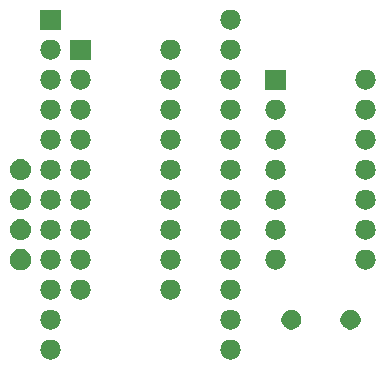
<source format=gbr>
G04 #@! TF.GenerationSoftware,KiCad,Pcbnew,(5.1.4)-1*
G04 #@! TF.CreationDate,2020-10-11T13:25:07+02:00*
G04 #@! TF.ProjectId,ram-adapter,72616d2d-6164-4617-9074-65722e6b6963,rev?*
G04 #@! TF.SameCoordinates,Original*
G04 #@! TF.FileFunction,Soldermask,Top*
G04 #@! TF.FilePolarity,Negative*
%FSLAX46Y46*%
G04 Gerber Fmt 4.6, Leading zero omitted, Abs format (unit mm)*
G04 Created by KiCad (PCBNEW (5.1.4)-1) date 2020-10-11 13:25:07*
%MOMM*%
%LPD*%
G04 APERTURE LIST*
%ADD10C,0.100000*%
G04 APERTURE END LIST*
D10*
G36*
X114466823Y-81711313D02*
G01*
X114627242Y-81759976D01*
X114759906Y-81830886D01*
X114775078Y-81838996D01*
X114904659Y-81945341D01*
X115011004Y-82074922D01*
X115011005Y-82074924D01*
X115090024Y-82222758D01*
X115138687Y-82383177D01*
X115155117Y-82550000D01*
X115138687Y-82716823D01*
X115090024Y-82877242D01*
X115019114Y-83009906D01*
X115011004Y-83025078D01*
X114904659Y-83154659D01*
X114775078Y-83261004D01*
X114775076Y-83261005D01*
X114627242Y-83340024D01*
X114466823Y-83388687D01*
X114341804Y-83401000D01*
X114258196Y-83401000D01*
X114133177Y-83388687D01*
X113972758Y-83340024D01*
X113824924Y-83261005D01*
X113824922Y-83261004D01*
X113695341Y-83154659D01*
X113588996Y-83025078D01*
X113580886Y-83009906D01*
X113509976Y-82877242D01*
X113461313Y-82716823D01*
X113444883Y-82550000D01*
X113461313Y-82383177D01*
X113509976Y-82222758D01*
X113588995Y-82074924D01*
X113588996Y-82074922D01*
X113695341Y-81945341D01*
X113824922Y-81838996D01*
X113840094Y-81830886D01*
X113972758Y-81759976D01*
X114133177Y-81711313D01*
X114258196Y-81699000D01*
X114341804Y-81699000D01*
X114466823Y-81711313D01*
X114466823Y-81711313D01*
G37*
G36*
X99226823Y-81711313D02*
G01*
X99387242Y-81759976D01*
X99519906Y-81830886D01*
X99535078Y-81838996D01*
X99664659Y-81945341D01*
X99771004Y-82074922D01*
X99771005Y-82074924D01*
X99850024Y-82222758D01*
X99898687Y-82383177D01*
X99915117Y-82550000D01*
X99898687Y-82716823D01*
X99850024Y-82877242D01*
X99779114Y-83009906D01*
X99771004Y-83025078D01*
X99664659Y-83154659D01*
X99535078Y-83261004D01*
X99535076Y-83261005D01*
X99387242Y-83340024D01*
X99226823Y-83388687D01*
X99101804Y-83401000D01*
X99018196Y-83401000D01*
X98893177Y-83388687D01*
X98732758Y-83340024D01*
X98584924Y-83261005D01*
X98584922Y-83261004D01*
X98455341Y-83154659D01*
X98348996Y-83025078D01*
X98340886Y-83009906D01*
X98269976Y-82877242D01*
X98221313Y-82716823D01*
X98204883Y-82550000D01*
X98221313Y-82383177D01*
X98269976Y-82222758D01*
X98348995Y-82074924D01*
X98348996Y-82074922D01*
X98455341Y-81945341D01*
X98584922Y-81838996D01*
X98600094Y-81830886D01*
X98732758Y-81759976D01*
X98893177Y-81711313D01*
X99018196Y-81699000D01*
X99101804Y-81699000D01*
X99226823Y-81711313D01*
X99226823Y-81711313D01*
G37*
G36*
X124708228Y-79191703D02*
G01*
X124863100Y-79255853D01*
X125002481Y-79348985D01*
X125121015Y-79467519D01*
X125214147Y-79606900D01*
X125278297Y-79761772D01*
X125311000Y-79926184D01*
X125311000Y-80093816D01*
X125278297Y-80258228D01*
X125214147Y-80413100D01*
X125121015Y-80552481D01*
X125002481Y-80671015D01*
X124863100Y-80764147D01*
X124708228Y-80828297D01*
X124543816Y-80861000D01*
X124376184Y-80861000D01*
X124211772Y-80828297D01*
X124056900Y-80764147D01*
X123917519Y-80671015D01*
X123798985Y-80552481D01*
X123705853Y-80413100D01*
X123641703Y-80258228D01*
X123609000Y-80093816D01*
X123609000Y-79926184D01*
X123641703Y-79761772D01*
X123705853Y-79606900D01*
X123798985Y-79467519D01*
X123917519Y-79348985D01*
X124056900Y-79255853D01*
X124211772Y-79191703D01*
X124376184Y-79159000D01*
X124543816Y-79159000D01*
X124708228Y-79191703D01*
X124708228Y-79191703D01*
G37*
G36*
X114466823Y-79171313D02*
G01*
X114627242Y-79219976D01*
X114694361Y-79255852D01*
X114775078Y-79298996D01*
X114904659Y-79405341D01*
X115011004Y-79534922D01*
X115011005Y-79534924D01*
X115090024Y-79682758D01*
X115138687Y-79843177D01*
X115155117Y-80010000D01*
X115138687Y-80176823D01*
X115090024Y-80337242D01*
X115049477Y-80413100D01*
X115011004Y-80485078D01*
X114904659Y-80614659D01*
X114775078Y-80721004D01*
X114775076Y-80721005D01*
X114627242Y-80800024D01*
X114466823Y-80848687D01*
X114341804Y-80861000D01*
X114258196Y-80861000D01*
X114133177Y-80848687D01*
X113972758Y-80800024D01*
X113824924Y-80721005D01*
X113824922Y-80721004D01*
X113695341Y-80614659D01*
X113588996Y-80485078D01*
X113550523Y-80413100D01*
X113509976Y-80337242D01*
X113461313Y-80176823D01*
X113444883Y-80010000D01*
X113461313Y-79843177D01*
X113509976Y-79682758D01*
X113588995Y-79534924D01*
X113588996Y-79534922D01*
X113695341Y-79405341D01*
X113824922Y-79298996D01*
X113905639Y-79255852D01*
X113972758Y-79219976D01*
X114133177Y-79171313D01*
X114258196Y-79159000D01*
X114341804Y-79159000D01*
X114466823Y-79171313D01*
X114466823Y-79171313D01*
G37*
G36*
X119708228Y-79191703D02*
G01*
X119863100Y-79255853D01*
X120002481Y-79348985D01*
X120121015Y-79467519D01*
X120214147Y-79606900D01*
X120278297Y-79761772D01*
X120311000Y-79926184D01*
X120311000Y-80093816D01*
X120278297Y-80258228D01*
X120214147Y-80413100D01*
X120121015Y-80552481D01*
X120002481Y-80671015D01*
X119863100Y-80764147D01*
X119708228Y-80828297D01*
X119543816Y-80861000D01*
X119376184Y-80861000D01*
X119211772Y-80828297D01*
X119056900Y-80764147D01*
X118917519Y-80671015D01*
X118798985Y-80552481D01*
X118705853Y-80413100D01*
X118641703Y-80258228D01*
X118609000Y-80093816D01*
X118609000Y-79926184D01*
X118641703Y-79761772D01*
X118705853Y-79606900D01*
X118798985Y-79467519D01*
X118917519Y-79348985D01*
X119056900Y-79255853D01*
X119211772Y-79191703D01*
X119376184Y-79159000D01*
X119543816Y-79159000D01*
X119708228Y-79191703D01*
X119708228Y-79191703D01*
G37*
G36*
X99226823Y-79171313D02*
G01*
X99387242Y-79219976D01*
X99454361Y-79255852D01*
X99535078Y-79298996D01*
X99664659Y-79405341D01*
X99771004Y-79534922D01*
X99771005Y-79534924D01*
X99850024Y-79682758D01*
X99898687Y-79843177D01*
X99915117Y-80010000D01*
X99898687Y-80176823D01*
X99850024Y-80337242D01*
X99809477Y-80413100D01*
X99771004Y-80485078D01*
X99664659Y-80614659D01*
X99535078Y-80721004D01*
X99535076Y-80721005D01*
X99387242Y-80800024D01*
X99226823Y-80848687D01*
X99101804Y-80861000D01*
X99018196Y-80861000D01*
X98893177Y-80848687D01*
X98732758Y-80800024D01*
X98584924Y-80721005D01*
X98584922Y-80721004D01*
X98455341Y-80614659D01*
X98348996Y-80485078D01*
X98310523Y-80413100D01*
X98269976Y-80337242D01*
X98221313Y-80176823D01*
X98204883Y-80010000D01*
X98221313Y-79843177D01*
X98269976Y-79682758D01*
X98348995Y-79534924D01*
X98348996Y-79534922D01*
X98455341Y-79405341D01*
X98584922Y-79298996D01*
X98665639Y-79255852D01*
X98732758Y-79219976D01*
X98893177Y-79171313D01*
X99018196Y-79159000D01*
X99101804Y-79159000D01*
X99226823Y-79171313D01*
X99226823Y-79171313D01*
G37*
G36*
X101766823Y-76631313D02*
G01*
X101927242Y-76679976D01*
X102059906Y-76750886D01*
X102075078Y-76758996D01*
X102204659Y-76865341D01*
X102311004Y-76994922D01*
X102311005Y-76994924D01*
X102390024Y-77142758D01*
X102438687Y-77303177D01*
X102455117Y-77470000D01*
X102438687Y-77636823D01*
X102390024Y-77797242D01*
X102319114Y-77929906D01*
X102311004Y-77945078D01*
X102204659Y-78074659D01*
X102075078Y-78181004D01*
X102075076Y-78181005D01*
X101927242Y-78260024D01*
X101766823Y-78308687D01*
X101641804Y-78321000D01*
X101558196Y-78321000D01*
X101433177Y-78308687D01*
X101272758Y-78260024D01*
X101124924Y-78181005D01*
X101124922Y-78181004D01*
X100995341Y-78074659D01*
X100888996Y-77945078D01*
X100880886Y-77929906D01*
X100809976Y-77797242D01*
X100761313Y-77636823D01*
X100744883Y-77470000D01*
X100761313Y-77303177D01*
X100809976Y-77142758D01*
X100888995Y-76994924D01*
X100888996Y-76994922D01*
X100995341Y-76865341D01*
X101124922Y-76758996D01*
X101140094Y-76750886D01*
X101272758Y-76679976D01*
X101433177Y-76631313D01*
X101558196Y-76619000D01*
X101641804Y-76619000D01*
X101766823Y-76631313D01*
X101766823Y-76631313D01*
G37*
G36*
X114466823Y-76631313D02*
G01*
X114627242Y-76679976D01*
X114759906Y-76750886D01*
X114775078Y-76758996D01*
X114904659Y-76865341D01*
X115011004Y-76994922D01*
X115011005Y-76994924D01*
X115090024Y-77142758D01*
X115138687Y-77303177D01*
X115155117Y-77470000D01*
X115138687Y-77636823D01*
X115090024Y-77797242D01*
X115019114Y-77929906D01*
X115011004Y-77945078D01*
X114904659Y-78074659D01*
X114775078Y-78181004D01*
X114775076Y-78181005D01*
X114627242Y-78260024D01*
X114466823Y-78308687D01*
X114341804Y-78321000D01*
X114258196Y-78321000D01*
X114133177Y-78308687D01*
X113972758Y-78260024D01*
X113824924Y-78181005D01*
X113824922Y-78181004D01*
X113695341Y-78074659D01*
X113588996Y-77945078D01*
X113580886Y-77929906D01*
X113509976Y-77797242D01*
X113461313Y-77636823D01*
X113444883Y-77470000D01*
X113461313Y-77303177D01*
X113509976Y-77142758D01*
X113588995Y-76994924D01*
X113588996Y-76994922D01*
X113695341Y-76865341D01*
X113824922Y-76758996D01*
X113840094Y-76750886D01*
X113972758Y-76679976D01*
X114133177Y-76631313D01*
X114258196Y-76619000D01*
X114341804Y-76619000D01*
X114466823Y-76631313D01*
X114466823Y-76631313D01*
G37*
G36*
X109386823Y-76631313D02*
G01*
X109547242Y-76679976D01*
X109679906Y-76750886D01*
X109695078Y-76758996D01*
X109824659Y-76865341D01*
X109931004Y-76994922D01*
X109931005Y-76994924D01*
X110010024Y-77142758D01*
X110058687Y-77303177D01*
X110075117Y-77470000D01*
X110058687Y-77636823D01*
X110010024Y-77797242D01*
X109939114Y-77929906D01*
X109931004Y-77945078D01*
X109824659Y-78074659D01*
X109695078Y-78181004D01*
X109695076Y-78181005D01*
X109547242Y-78260024D01*
X109386823Y-78308687D01*
X109261804Y-78321000D01*
X109178196Y-78321000D01*
X109053177Y-78308687D01*
X108892758Y-78260024D01*
X108744924Y-78181005D01*
X108744922Y-78181004D01*
X108615341Y-78074659D01*
X108508996Y-77945078D01*
X108500886Y-77929906D01*
X108429976Y-77797242D01*
X108381313Y-77636823D01*
X108364883Y-77470000D01*
X108381313Y-77303177D01*
X108429976Y-77142758D01*
X108508995Y-76994924D01*
X108508996Y-76994922D01*
X108615341Y-76865341D01*
X108744922Y-76758996D01*
X108760094Y-76750886D01*
X108892758Y-76679976D01*
X109053177Y-76631313D01*
X109178196Y-76619000D01*
X109261804Y-76619000D01*
X109386823Y-76631313D01*
X109386823Y-76631313D01*
G37*
G36*
X99226823Y-76631313D02*
G01*
X99387242Y-76679976D01*
X99519906Y-76750886D01*
X99535078Y-76758996D01*
X99664659Y-76865341D01*
X99771004Y-76994922D01*
X99771005Y-76994924D01*
X99850024Y-77142758D01*
X99898687Y-77303177D01*
X99915117Y-77470000D01*
X99898687Y-77636823D01*
X99850024Y-77797242D01*
X99779114Y-77929906D01*
X99771004Y-77945078D01*
X99664659Y-78074659D01*
X99535078Y-78181004D01*
X99535076Y-78181005D01*
X99387242Y-78260024D01*
X99226823Y-78308687D01*
X99101804Y-78321000D01*
X99018196Y-78321000D01*
X98893177Y-78308687D01*
X98732758Y-78260024D01*
X98584924Y-78181005D01*
X98584922Y-78181004D01*
X98455341Y-78074659D01*
X98348996Y-77945078D01*
X98340886Y-77929906D01*
X98269976Y-77797242D01*
X98221313Y-77636823D01*
X98204883Y-77470000D01*
X98221313Y-77303177D01*
X98269976Y-77142758D01*
X98348995Y-76994924D01*
X98348996Y-76994922D01*
X98455341Y-76865341D01*
X98584922Y-76758996D01*
X98600094Y-76750886D01*
X98732758Y-76679976D01*
X98893177Y-76631313D01*
X99018196Y-76619000D01*
X99101804Y-76619000D01*
X99226823Y-76631313D01*
X99226823Y-76631313D01*
G37*
G36*
X96633512Y-74033927D02*
G01*
X96782812Y-74063624D01*
X96946784Y-74131544D01*
X97094354Y-74230147D01*
X97219853Y-74355646D01*
X97318456Y-74503216D01*
X97386376Y-74667188D01*
X97421000Y-74841259D01*
X97421000Y-75018741D01*
X97386376Y-75192812D01*
X97318456Y-75356784D01*
X97219853Y-75504354D01*
X97094354Y-75629853D01*
X96946784Y-75728456D01*
X96782812Y-75796376D01*
X96633512Y-75826073D01*
X96608742Y-75831000D01*
X96431258Y-75831000D01*
X96406488Y-75826073D01*
X96257188Y-75796376D01*
X96093216Y-75728456D01*
X95945646Y-75629853D01*
X95820147Y-75504354D01*
X95721544Y-75356784D01*
X95653624Y-75192812D01*
X95619000Y-75018741D01*
X95619000Y-74841259D01*
X95653624Y-74667188D01*
X95721544Y-74503216D01*
X95820147Y-74355646D01*
X95945646Y-74230147D01*
X96093216Y-74131544D01*
X96257188Y-74063624D01*
X96406488Y-74033927D01*
X96431258Y-74029000D01*
X96608742Y-74029000D01*
X96633512Y-74033927D01*
X96633512Y-74033927D01*
G37*
G36*
X109386823Y-74091313D02*
G01*
X109547242Y-74139976D01*
X109679906Y-74210886D01*
X109695078Y-74218996D01*
X109824659Y-74325341D01*
X109931004Y-74454922D01*
X109931005Y-74454924D01*
X110010024Y-74602758D01*
X110058687Y-74763177D01*
X110075117Y-74930000D01*
X110058687Y-75096823D01*
X110010024Y-75257242D01*
X109939114Y-75389906D01*
X109931004Y-75405078D01*
X109824659Y-75534659D01*
X109695078Y-75641004D01*
X109695076Y-75641005D01*
X109547242Y-75720024D01*
X109386823Y-75768687D01*
X109261804Y-75781000D01*
X109178196Y-75781000D01*
X109053177Y-75768687D01*
X108892758Y-75720024D01*
X108744924Y-75641005D01*
X108744922Y-75641004D01*
X108615341Y-75534659D01*
X108508996Y-75405078D01*
X108500886Y-75389906D01*
X108429976Y-75257242D01*
X108381313Y-75096823D01*
X108364883Y-74930000D01*
X108381313Y-74763177D01*
X108429976Y-74602758D01*
X108508995Y-74454924D01*
X108508996Y-74454922D01*
X108615341Y-74325341D01*
X108744922Y-74218996D01*
X108760094Y-74210886D01*
X108892758Y-74139976D01*
X109053177Y-74091313D01*
X109178196Y-74079000D01*
X109261804Y-74079000D01*
X109386823Y-74091313D01*
X109386823Y-74091313D01*
G37*
G36*
X114466823Y-74091313D02*
G01*
X114627242Y-74139976D01*
X114759906Y-74210886D01*
X114775078Y-74218996D01*
X114904659Y-74325341D01*
X115011004Y-74454922D01*
X115011005Y-74454924D01*
X115090024Y-74602758D01*
X115138687Y-74763177D01*
X115155117Y-74930000D01*
X115138687Y-75096823D01*
X115090024Y-75257242D01*
X115019114Y-75389906D01*
X115011004Y-75405078D01*
X114904659Y-75534659D01*
X114775078Y-75641004D01*
X114775076Y-75641005D01*
X114627242Y-75720024D01*
X114466823Y-75768687D01*
X114341804Y-75781000D01*
X114258196Y-75781000D01*
X114133177Y-75768687D01*
X113972758Y-75720024D01*
X113824924Y-75641005D01*
X113824922Y-75641004D01*
X113695341Y-75534659D01*
X113588996Y-75405078D01*
X113580886Y-75389906D01*
X113509976Y-75257242D01*
X113461313Y-75096823D01*
X113444883Y-74930000D01*
X113461313Y-74763177D01*
X113509976Y-74602758D01*
X113588995Y-74454924D01*
X113588996Y-74454922D01*
X113695341Y-74325341D01*
X113824922Y-74218996D01*
X113840094Y-74210886D01*
X113972758Y-74139976D01*
X114133177Y-74091313D01*
X114258196Y-74079000D01*
X114341804Y-74079000D01*
X114466823Y-74091313D01*
X114466823Y-74091313D01*
G37*
G36*
X99226823Y-74091313D02*
G01*
X99387242Y-74139976D01*
X99519906Y-74210886D01*
X99535078Y-74218996D01*
X99664659Y-74325341D01*
X99771004Y-74454922D01*
X99771005Y-74454924D01*
X99850024Y-74602758D01*
X99898687Y-74763177D01*
X99915117Y-74930000D01*
X99898687Y-75096823D01*
X99850024Y-75257242D01*
X99779114Y-75389906D01*
X99771004Y-75405078D01*
X99664659Y-75534659D01*
X99535078Y-75641004D01*
X99535076Y-75641005D01*
X99387242Y-75720024D01*
X99226823Y-75768687D01*
X99101804Y-75781000D01*
X99018196Y-75781000D01*
X98893177Y-75768687D01*
X98732758Y-75720024D01*
X98584924Y-75641005D01*
X98584922Y-75641004D01*
X98455341Y-75534659D01*
X98348996Y-75405078D01*
X98340886Y-75389906D01*
X98269976Y-75257242D01*
X98221313Y-75096823D01*
X98204883Y-74930000D01*
X98221313Y-74763177D01*
X98269976Y-74602758D01*
X98348995Y-74454924D01*
X98348996Y-74454922D01*
X98455341Y-74325341D01*
X98584922Y-74218996D01*
X98600094Y-74210886D01*
X98732758Y-74139976D01*
X98893177Y-74091313D01*
X99018196Y-74079000D01*
X99101804Y-74079000D01*
X99226823Y-74091313D01*
X99226823Y-74091313D01*
G37*
G36*
X101766823Y-74091313D02*
G01*
X101927242Y-74139976D01*
X102059906Y-74210886D01*
X102075078Y-74218996D01*
X102204659Y-74325341D01*
X102311004Y-74454922D01*
X102311005Y-74454924D01*
X102390024Y-74602758D01*
X102438687Y-74763177D01*
X102455117Y-74930000D01*
X102438687Y-75096823D01*
X102390024Y-75257242D01*
X102319114Y-75389906D01*
X102311004Y-75405078D01*
X102204659Y-75534659D01*
X102075078Y-75641004D01*
X102075076Y-75641005D01*
X101927242Y-75720024D01*
X101766823Y-75768687D01*
X101641804Y-75781000D01*
X101558196Y-75781000D01*
X101433177Y-75768687D01*
X101272758Y-75720024D01*
X101124924Y-75641005D01*
X101124922Y-75641004D01*
X100995341Y-75534659D01*
X100888996Y-75405078D01*
X100880886Y-75389906D01*
X100809976Y-75257242D01*
X100761313Y-75096823D01*
X100744883Y-74930000D01*
X100761313Y-74763177D01*
X100809976Y-74602758D01*
X100888995Y-74454924D01*
X100888996Y-74454922D01*
X100995341Y-74325341D01*
X101124922Y-74218996D01*
X101140094Y-74210886D01*
X101272758Y-74139976D01*
X101433177Y-74091313D01*
X101558196Y-74079000D01*
X101641804Y-74079000D01*
X101766823Y-74091313D01*
X101766823Y-74091313D01*
G37*
G36*
X118276823Y-74091313D02*
G01*
X118437242Y-74139976D01*
X118569906Y-74210886D01*
X118585078Y-74218996D01*
X118714659Y-74325341D01*
X118821004Y-74454922D01*
X118821005Y-74454924D01*
X118900024Y-74602758D01*
X118948687Y-74763177D01*
X118965117Y-74930000D01*
X118948687Y-75096823D01*
X118900024Y-75257242D01*
X118829114Y-75389906D01*
X118821004Y-75405078D01*
X118714659Y-75534659D01*
X118585078Y-75641004D01*
X118585076Y-75641005D01*
X118437242Y-75720024D01*
X118276823Y-75768687D01*
X118151804Y-75781000D01*
X118068196Y-75781000D01*
X117943177Y-75768687D01*
X117782758Y-75720024D01*
X117634924Y-75641005D01*
X117634922Y-75641004D01*
X117505341Y-75534659D01*
X117398996Y-75405078D01*
X117390886Y-75389906D01*
X117319976Y-75257242D01*
X117271313Y-75096823D01*
X117254883Y-74930000D01*
X117271313Y-74763177D01*
X117319976Y-74602758D01*
X117398995Y-74454924D01*
X117398996Y-74454922D01*
X117505341Y-74325341D01*
X117634922Y-74218996D01*
X117650094Y-74210886D01*
X117782758Y-74139976D01*
X117943177Y-74091313D01*
X118068196Y-74079000D01*
X118151804Y-74079000D01*
X118276823Y-74091313D01*
X118276823Y-74091313D01*
G37*
G36*
X125896823Y-74091313D02*
G01*
X126057242Y-74139976D01*
X126189906Y-74210886D01*
X126205078Y-74218996D01*
X126334659Y-74325341D01*
X126441004Y-74454922D01*
X126441005Y-74454924D01*
X126520024Y-74602758D01*
X126568687Y-74763177D01*
X126585117Y-74930000D01*
X126568687Y-75096823D01*
X126520024Y-75257242D01*
X126449114Y-75389906D01*
X126441004Y-75405078D01*
X126334659Y-75534659D01*
X126205078Y-75641004D01*
X126205076Y-75641005D01*
X126057242Y-75720024D01*
X125896823Y-75768687D01*
X125771804Y-75781000D01*
X125688196Y-75781000D01*
X125563177Y-75768687D01*
X125402758Y-75720024D01*
X125254924Y-75641005D01*
X125254922Y-75641004D01*
X125125341Y-75534659D01*
X125018996Y-75405078D01*
X125010886Y-75389906D01*
X124939976Y-75257242D01*
X124891313Y-75096823D01*
X124874883Y-74930000D01*
X124891313Y-74763177D01*
X124939976Y-74602758D01*
X125018995Y-74454924D01*
X125018996Y-74454922D01*
X125125341Y-74325341D01*
X125254922Y-74218996D01*
X125270094Y-74210886D01*
X125402758Y-74139976D01*
X125563177Y-74091313D01*
X125688196Y-74079000D01*
X125771804Y-74079000D01*
X125896823Y-74091313D01*
X125896823Y-74091313D01*
G37*
G36*
X96630443Y-71495519D02*
G01*
X96696627Y-71502037D01*
X96866466Y-71553557D01*
X97022991Y-71637222D01*
X97058729Y-71666552D01*
X97160186Y-71749814D01*
X97243448Y-71851271D01*
X97272778Y-71887009D01*
X97356443Y-72043534D01*
X97407963Y-72213373D01*
X97425359Y-72390000D01*
X97407963Y-72566627D01*
X97356443Y-72736466D01*
X97272778Y-72892991D01*
X97243448Y-72928729D01*
X97160186Y-73030186D01*
X97058729Y-73113448D01*
X97022991Y-73142778D01*
X96866466Y-73226443D01*
X96696627Y-73277963D01*
X96630443Y-73284481D01*
X96564260Y-73291000D01*
X96475740Y-73291000D01*
X96409557Y-73284481D01*
X96343373Y-73277963D01*
X96173534Y-73226443D01*
X96017009Y-73142778D01*
X95981271Y-73113448D01*
X95879814Y-73030186D01*
X95796552Y-72928729D01*
X95767222Y-72892991D01*
X95683557Y-72736466D01*
X95632037Y-72566627D01*
X95614641Y-72390000D01*
X95632037Y-72213373D01*
X95683557Y-72043534D01*
X95767222Y-71887009D01*
X95796552Y-71851271D01*
X95879814Y-71749814D01*
X95981271Y-71666552D01*
X96017009Y-71637222D01*
X96173534Y-71553557D01*
X96343373Y-71502037D01*
X96409557Y-71495519D01*
X96475740Y-71489000D01*
X96564260Y-71489000D01*
X96630443Y-71495519D01*
X96630443Y-71495519D01*
G37*
G36*
X125896823Y-71551313D02*
G01*
X126057242Y-71599976D01*
X126126922Y-71637221D01*
X126205078Y-71678996D01*
X126334659Y-71785341D01*
X126441004Y-71914922D01*
X126441005Y-71914924D01*
X126520024Y-72062758D01*
X126568687Y-72223177D01*
X126585117Y-72390000D01*
X126568687Y-72556823D01*
X126520024Y-72717242D01*
X126509747Y-72736468D01*
X126441004Y-72865078D01*
X126334659Y-72994659D01*
X126205078Y-73101004D01*
X126205076Y-73101005D01*
X126057242Y-73180024D01*
X125896823Y-73228687D01*
X125771804Y-73241000D01*
X125688196Y-73241000D01*
X125563177Y-73228687D01*
X125402758Y-73180024D01*
X125254924Y-73101005D01*
X125254922Y-73101004D01*
X125125341Y-72994659D01*
X125018996Y-72865078D01*
X124950253Y-72736468D01*
X124939976Y-72717242D01*
X124891313Y-72556823D01*
X124874883Y-72390000D01*
X124891313Y-72223177D01*
X124939976Y-72062758D01*
X125018995Y-71914924D01*
X125018996Y-71914922D01*
X125125341Y-71785341D01*
X125254922Y-71678996D01*
X125333078Y-71637221D01*
X125402758Y-71599976D01*
X125563177Y-71551313D01*
X125688196Y-71539000D01*
X125771804Y-71539000D01*
X125896823Y-71551313D01*
X125896823Y-71551313D01*
G37*
G36*
X99226823Y-71551313D02*
G01*
X99387242Y-71599976D01*
X99456922Y-71637221D01*
X99535078Y-71678996D01*
X99664659Y-71785341D01*
X99771004Y-71914922D01*
X99771005Y-71914924D01*
X99850024Y-72062758D01*
X99898687Y-72223177D01*
X99915117Y-72390000D01*
X99898687Y-72556823D01*
X99850024Y-72717242D01*
X99839747Y-72736468D01*
X99771004Y-72865078D01*
X99664659Y-72994659D01*
X99535078Y-73101004D01*
X99535076Y-73101005D01*
X99387242Y-73180024D01*
X99226823Y-73228687D01*
X99101804Y-73241000D01*
X99018196Y-73241000D01*
X98893177Y-73228687D01*
X98732758Y-73180024D01*
X98584924Y-73101005D01*
X98584922Y-73101004D01*
X98455341Y-72994659D01*
X98348996Y-72865078D01*
X98280253Y-72736468D01*
X98269976Y-72717242D01*
X98221313Y-72556823D01*
X98204883Y-72390000D01*
X98221313Y-72223177D01*
X98269976Y-72062758D01*
X98348995Y-71914924D01*
X98348996Y-71914922D01*
X98455341Y-71785341D01*
X98584922Y-71678996D01*
X98663078Y-71637221D01*
X98732758Y-71599976D01*
X98893177Y-71551313D01*
X99018196Y-71539000D01*
X99101804Y-71539000D01*
X99226823Y-71551313D01*
X99226823Y-71551313D01*
G37*
G36*
X101766823Y-71551313D02*
G01*
X101927242Y-71599976D01*
X101996922Y-71637221D01*
X102075078Y-71678996D01*
X102204659Y-71785341D01*
X102311004Y-71914922D01*
X102311005Y-71914924D01*
X102390024Y-72062758D01*
X102438687Y-72223177D01*
X102455117Y-72390000D01*
X102438687Y-72556823D01*
X102390024Y-72717242D01*
X102379747Y-72736468D01*
X102311004Y-72865078D01*
X102204659Y-72994659D01*
X102075078Y-73101004D01*
X102075076Y-73101005D01*
X101927242Y-73180024D01*
X101766823Y-73228687D01*
X101641804Y-73241000D01*
X101558196Y-73241000D01*
X101433177Y-73228687D01*
X101272758Y-73180024D01*
X101124924Y-73101005D01*
X101124922Y-73101004D01*
X100995341Y-72994659D01*
X100888996Y-72865078D01*
X100820253Y-72736468D01*
X100809976Y-72717242D01*
X100761313Y-72556823D01*
X100744883Y-72390000D01*
X100761313Y-72223177D01*
X100809976Y-72062758D01*
X100888995Y-71914924D01*
X100888996Y-71914922D01*
X100995341Y-71785341D01*
X101124922Y-71678996D01*
X101203078Y-71637221D01*
X101272758Y-71599976D01*
X101433177Y-71551313D01*
X101558196Y-71539000D01*
X101641804Y-71539000D01*
X101766823Y-71551313D01*
X101766823Y-71551313D01*
G37*
G36*
X109386823Y-71551313D02*
G01*
X109547242Y-71599976D01*
X109616922Y-71637221D01*
X109695078Y-71678996D01*
X109824659Y-71785341D01*
X109931004Y-71914922D01*
X109931005Y-71914924D01*
X110010024Y-72062758D01*
X110058687Y-72223177D01*
X110075117Y-72390000D01*
X110058687Y-72556823D01*
X110010024Y-72717242D01*
X109999747Y-72736468D01*
X109931004Y-72865078D01*
X109824659Y-72994659D01*
X109695078Y-73101004D01*
X109695076Y-73101005D01*
X109547242Y-73180024D01*
X109386823Y-73228687D01*
X109261804Y-73241000D01*
X109178196Y-73241000D01*
X109053177Y-73228687D01*
X108892758Y-73180024D01*
X108744924Y-73101005D01*
X108744922Y-73101004D01*
X108615341Y-72994659D01*
X108508996Y-72865078D01*
X108440253Y-72736468D01*
X108429976Y-72717242D01*
X108381313Y-72556823D01*
X108364883Y-72390000D01*
X108381313Y-72223177D01*
X108429976Y-72062758D01*
X108508995Y-71914924D01*
X108508996Y-71914922D01*
X108615341Y-71785341D01*
X108744922Y-71678996D01*
X108823078Y-71637221D01*
X108892758Y-71599976D01*
X109053177Y-71551313D01*
X109178196Y-71539000D01*
X109261804Y-71539000D01*
X109386823Y-71551313D01*
X109386823Y-71551313D01*
G37*
G36*
X114466823Y-71551313D02*
G01*
X114627242Y-71599976D01*
X114696922Y-71637221D01*
X114775078Y-71678996D01*
X114904659Y-71785341D01*
X115011004Y-71914922D01*
X115011005Y-71914924D01*
X115090024Y-72062758D01*
X115138687Y-72223177D01*
X115155117Y-72390000D01*
X115138687Y-72556823D01*
X115090024Y-72717242D01*
X115079747Y-72736468D01*
X115011004Y-72865078D01*
X114904659Y-72994659D01*
X114775078Y-73101004D01*
X114775076Y-73101005D01*
X114627242Y-73180024D01*
X114466823Y-73228687D01*
X114341804Y-73241000D01*
X114258196Y-73241000D01*
X114133177Y-73228687D01*
X113972758Y-73180024D01*
X113824924Y-73101005D01*
X113824922Y-73101004D01*
X113695341Y-72994659D01*
X113588996Y-72865078D01*
X113520253Y-72736468D01*
X113509976Y-72717242D01*
X113461313Y-72556823D01*
X113444883Y-72390000D01*
X113461313Y-72223177D01*
X113509976Y-72062758D01*
X113588995Y-71914924D01*
X113588996Y-71914922D01*
X113695341Y-71785341D01*
X113824922Y-71678996D01*
X113903078Y-71637221D01*
X113972758Y-71599976D01*
X114133177Y-71551313D01*
X114258196Y-71539000D01*
X114341804Y-71539000D01*
X114466823Y-71551313D01*
X114466823Y-71551313D01*
G37*
G36*
X118276823Y-71551313D02*
G01*
X118437242Y-71599976D01*
X118506922Y-71637221D01*
X118585078Y-71678996D01*
X118714659Y-71785341D01*
X118821004Y-71914922D01*
X118821005Y-71914924D01*
X118900024Y-72062758D01*
X118948687Y-72223177D01*
X118965117Y-72390000D01*
X118948687Y-72556823D01*
X118900024Y-72717242D01*
X118889747Y-72736468D01*
X118821004Y-72865078D01*
X118714659Y-72994659D01*
X118585078Y-73101004D01*
X118585076Y-73101005D01*
X118437242Y-73180024D01*
X118276823Y-73228687D01*
X118151804Y-73241000D01*
X118068196Y-73241000D01*
X117943177Y-73228687D01*
X117782758Y-73180024D01*
X117634924Y-73101005D01*
X117634922Y-73101004D01*
X117505341Y-72994659D01*
X117398996Y-72865078D01*
X117330253Y-72736468D01*
X117319976Y-72717242D01*
X117271313Y-72556823D01*
X117254883Y-72390000D01*
X117271313Y-72223177D01*
X117319976Y-72062758D01*
X117398995Y-71914924D01*
X117398996Y-71914922D01*
X117505341Y-71785341D01*
X117634922Y-71678996D01*
X117713078Y-71637221D01*
X117782758Y-71599976D01*
X117943177Y-71551313D01*
X118068196Y-71539000D01*
X118151804Y-71539000D01*
X118276823Y-71551313D01*
X118276823Y-71551313D01*
G37*
G36*
X96630443Y-68955519D02*
G01*
X96696627Y-68962037D01*
X96866466Y-69013557D01*
X97022991Y-69097222D01*
X97058729Y-69126552D01*
X97160186Y-69209814D01*
X97243448Y-69311271D01*
X97272778Y-69347009D01*
X97356443Y-69503534D01*
X97407963Y-69673373D01*
X97425359Y-69850000D01*
X97407963Y-70026627D01*
X97356443Y-70196466D01*
X97272778Y-70352991D01*
X97243448Y-70388729D01*
X97160186Y-70490186D01*
X97058729Y-70573448D01*
X97022991Y-70602778D01*
X96866466Y-70686443D01*
X96696627Y-70737963D01*
X96630443Y-70744481D01*
X96564260Y-70751000D01*
X96475740Y-70751000D01*
X96409557Y-70744481D01*
X96343373Y-70737963D01*
X96173534Y-70686443D01*
X96017009Y-70602778D01*
X95981271Y-70573448D01*
X95879814Y-70490186D01*
X95796552Y-70388729D01*
X95767222Y-70352991D01*
X95683557Y-70196466D01*
X95632037Y-70026627D01*
X95614641Y-69850000D01*
X95632037Y-69673373D01*
X95683557Y-69503534D01*
X95767222Y-69347009D01*
X95796552Y-69311271D01*
X95879814Y-69209814D01*
X95981271Y-69126552D01*
X96017009Y-69097222D01*
X96173534Y-69013557D01*
X96343373Y-68962037D01*
X96409557Y-68955519D01*
X96475740Y-68949000D01*
X96564260Y-68949000D01*
X96630443Y-68955519D01*
X96630443Y-68955519D01*
G37*
G36*
X118276823Y-69011313D02*
G01*
X118437242Y-69059976D01*
X118506922Y-69097221D01*
X118585078Y-69138996D01*
X118714659Y-69245341D01*
X118821004Y-69374922D01*
X118821005Y-69374924D01*
X118900024Y-69522758D01*
X118948687Y-69683177D01*
X118965117Y-69850000D01*
X118948687Y-70016823D01*
X118900024Y-70177242D01*
X118889747Y-70196468D01*
X118821004Y-70325078D01*
X118714659Y-70454659D01*
X118585078Y-70561004D01*
X118585076Y-70561005D01*
X118437242Y-70640024D01*
X118276823Y-70688687D01*
X118151804Y-70701000D01*
X118068196Y-70701000D01*
X117943177Y-70688687D01*
X117782758Y-70640024D01*
X117634924Y-70561005D01*
X117634922Y-70561004D01*
X117505341Y-70454659D01*
X117398996Y-70325078D01*
X117330253Y-70196468D01*
X117319976Y-70177242D01*
X117271313Y-70016823D01*
X117254883Y-69850000D01*
X117271313Y-69683177D01*
X117319976Y-69522758D01*
X117398995Y-69374924D01*
X117398996Y-69374922D01*
X117505341Y-69245341D01*
X117634922Y-69138996D01*
X117713078Y-69097221D01*
X117782758Y-69059976D01*
X117943177Y-69011313D01*
X118068196Y-68999000D01*
X118151804Y-68999000D01*
X118276823Y-69011313D01*
X118276823Y-69011313D01*
G37*
G36*
X125896823Y-69011313D02*
G01*
X126057242Y-69059976D01*
X126126922Y-69097221D01*
X126205078Y-69138996D01*
X126334659Y-69245341D01*
X126441004Y-69374922D01*
X126441005Y-69374924D01*
X126520024Y-69522758D01*
X126568687Y-69683177D01*
X126585117Y-69850000D01*
X126568687Y-70016823D01*
X126520024Y-70177242D01*
X126509747Y-70196468D01*
X126441004Y-70325078D01*
X126334659Y-70454659D01*
X126205078Y-70561004D01*
X126205076Y-70561005D01*
X126057242Y-70640024D01*
X125896823Y-70688687D01*
X125771804Y-70701000D01*
X125688196Y-70701000D01*
X125563177Y-70688687D01*
X125402758Y-70640024D01*
X125254924Y-70561005D01*
X125254922Y-70561004D01*
X125125341Y-70454659D01*
X125018996Y-70325078D01*
X124950253Y-70196468D01*
X124939976Y-70177242D01*
X124891313Y-70016823D01*
X124874883Y-69850000D01*
X124891313Y-69683177D01*
X124939976Y-69522758D01*
X125018995Y-69374924D01*
X125018996Y-69374922D01*
X125125341Y-69245341D01*
X125254922Y-69138996D01*
X125333078Y-69097221D01*
X125402758Y-69059976D01*
X125563177Y-69011313D01*
X125688196Y-68999000D01*
X125771804Y-68999000D01*
X125896823Y-69011313D01*
X125896823Y-69011313D01*
G37*
G36*
X109386823Y-69011313D02*
G01*
X109547242Y-69059976D01*
X109616922Y-69097221D01*
X109695078Y-69138996D01*
X109824659Y-69245341D01*
X109931004Y-69374922D01*
X109931005Y-69374924D01*
X110010024Y-69522758D01*
X110058687Y-69683177D01*
X110075117Y-69850000D01*
X110058687Y-70016823D01*
X110010024Y-70177242D01*
X109999747Y-70196468D01*
X109931004Y-70325078D01*
X109824659Y-70454659D01*
X109695078Y-70561004D01*
X109695076Y-70561005D01*
X109547242Y-70640024D01*
X109386823Y-70688687D01*
X109261804Y-70701000D01*
X109178196Y-70701000D01*
X109053177Y-70688687D01*
X108892758Y-70640024D01*
X108744924Y-70561005D01*
X108744922Y-70561004D01*
X108615341Y-70454659D01*
X108508996Y-70325078D01*
X108440253Y-70196468D01*
X108429976Y-70177242D01*
X108381313Y-70016823D01*
X108364883Y-69850000D01*
X108381313Y-69683177D01*
X108429976Y-69522758D01*
X108508995Y-69374924D01*
X108508996Y-69374922D01*
X108615341Y-69245341D01*
X108744922Y-69138996D01*
X108823078Y-69097221D01*
X108892758Y-69059976D01*
X109053177Y-69011313D01*
X109178196Y-68999000D01*
X109261804Y-68999000D01*
X109386823Y-69011313D01*
X109386823Y-69011313D01*
G37*
G36*
X99226823Y-69011313D02*
G01*
X99387242Y-69059976D01*
X99456922Y-69097221D01*
X99535078Y-69138996D01*
X99664659Y-69245341D01*
X99771004Y-69374922D01*
X99771005Y-69374924D01*
X99850024Y-69522758D01*
X99898687Y-69683177D01*
X99915117Y-69850000D01*
X99898687Y-70016823D01*
X99850024Y-70177242D01*
X99839747Y-70196468D01*
X99771004Y-70325078D01*
X99664659Y-70454659D01*
X99535078Y-70561004D01*
X99535076Y-70561005D01*
X99387242Y-70640024D01*
X99226823Y-70688687D01*
X99101804Y-70701000D01*
X99018196Y-70701000D01*
X98893177Y-70688687D01*
X98732758Y-70640024D01*
X98584924Y-70561005D01*
X98584922Y-70561004D01*
X98455341Y-70454659D01*
X98348996Y-70325078D01*
X98280253Y-70196468D01*
X98269976Y-70177242D01*
X98221313Y-70016823D01*
X98204883Y-69850000D01*
X98221313Y-69683177D01*
X98269976Y-69522758D01*
X98348995Y-69374924D01*
X98348996Y-69374922D01*
X98455341Y-69245341D01*
X98584922Y-69138996D01*
X98663078Y-69097221D01*
X98732758Y-69059976D01*
X98893177Y-69011313D01*
X99018196Y-68999000D01*
X99101804Y-68999000D01*
X99226823Y-69011313D01*
X99226823Y-69011313D01*
G37*
G36*
X114466823Y-69011313D02*
G01*
X114627242Y-69059976D01*
X114696922Y-69097221D01*
X114775078Y-69138996D01*
X114904659Y-69245341D01*
X115011004Y-69374922D01*
X115011005Y-69374924D01*
X115090024Y-69522758D01*
X115138687Y-69683177D01*
X115155117Y-69850000D01*
X115138687Y-70016823D01*
X115090024Y-70177242D01*
X115079747Y-70196468D01*
X115011004Y-70325078D01*
X114904659Y-70454659D01*
X114775078Y-70561004D01*
X114775076Y-70561005D01*
X114627242Y-70640024D01*
X114466823Y-70688687D01*
X114341804Y-70701000D01*
X114258196Y-70701000D01*
X114133177Y-70688687D01*
X113972758Y-70640024D01*
X113824924Y-70561005D01*
X113824922Y-70561004D01*
X113695341Y-70454659D01*
X113588996Y-70325078D01*
X113520253Y-70196468D01*
X113509976Y-70177242D01*
X113461313Y-70016823D01*
X113444883Y-69850000D01*
X113461313Y-69683177D01*
X113509976Y-69522758D01*
X113588995Y-69374924D01*
X113588996Y-69374922D01*
X113695341Y-69245341D01*
X113824922Y-69138996D01*
X113903078Y-69097221D01*
X113972758Y-69059976D01*
X114133177Y-69011313D01*
X114258196Y-68999000D01*
X114341804Y-68999000D01*
X114466823Y-69011313D01*
X114466823Y-69011313D01*
G37*
G36*
X101766823Y-69011313D02*
G01*
X101927242Y-69059976D01*
X101996922Y-69097221D01*
X102075078Y-69138996D01*
X102204659Y-69245341D01*
X102311004Y-69374922D01*
X102311005Y-69374924D01*
X102390024Y-69522758D01*
X102438687Y-69683177D01*
X102455117Y-69850000D01*
X102438687Y-70016823D01*
X102390024Y-70177242D01*
X102379747Y-70196468D01*
X102311004Y-70325078D01*
X102204659Y-70454659D01*
X102075078Y-70561004D01*
X102075076Y-70561005D01*
X101927242Y-70640024D01*
X101766823Y-70688687D01*
X101641804Y-70701000D01*
X101558196Y-70701000D01*
X101433177Y-70688687D01*
X101272758Y-70640024D01*
X101124924Y-70561005D01*
X101124922Y-70561004D01*
X100995341Y-70454659D01*
X100888996Y-70325078D01*
X100820253Y-70196468D01*
X100809976Y-70177242D01*
X100761313Y-70016823D01*
X100744883Y-69850000D01*
X100761313Y-69683177D01*
X100809976Y-69522758D01*
X100888995Y-69374924D01*
X100888996Y-69374922D01*
X100995341Y-69245341D01*
X101124922Y-69138996D01*
X101203078Y-69097221D01*
X101272758Y-69059976D01*
X101433177Y-69011313D01*
X101558196Y-68999000D01*
X101641804Y-68999000D01*
X101766823Y-69011313D01*
X101766823Y-69011313D01*
G37*
G36*
X96630443Y-66415519D02*
G01*
X96696627Y-66422037D01*
X96866466Y-66473557D01*
X97022991Y-66557222D01*
X97058729Y-66586552D01*
X97160186Y-66669814D01*
X97243448Y-66771271D01*
X97272778Y-66807009D01*
X97356443Y-66963534D01*
X97407963Y-67133373D01*
X97425359Y-67310000D01*
X97407963Y-67486627D01*
X97356443Y-67656466D01*
X97272778Y-67812991D01*
X97243448Y-67848729D01*
X97160186Y-67950186D01*
X97058729Y-68033448D01*
X97022991Y-68062778D01*
X96866466Y-68146443D01*
X96696627Y-68197963D01*
X96630443Y-68204481D01*
X96564260Y-68211000D01*
X96475740Y-68211000D01*
X96409557Y-68204481D01*
X96343373Y-68197963D01*
X96173534Y-68146443D01*
X96017009Y-68062778D01*
X95981271Y-68033448D01*
X95879814Y-67950186D01*
X95796552Y-67848729D01*
X95767222Y-67812991D01*
X95683557Y-67656466D01*
X95632037Y-67486627D01*
X95614641Y-67310000D01*
X95632037Y-67133373D01*
X95683557Y-66963534D01*
X95767222Y-66807009D01*
X95796552Y-66771271D01*
X95879814Y-66669814D01*
X95981271Y-66586552D01*
X96017009Y-66557222D01*
X96173534Y-66473557D01*
X96343373Y-66422037D01*
X96409557Y-66415519D01*
X96475740Y-66409000D01*
X96564260Y-66409000D01*
X96630443Y-66415519D01*
X96630443Y-66415519D01*
G37*
G36*
X125896823Y-66471313D02*
G01*
X126057242Y-66519976D01*
X126126922Y-66557221D01*
X126205078Y-66598996D01*
X126334659Y-66705341D01*
X126441004Y-66834922D01*
X126441005Y-66834924D01*
X126520024Y-66982758D01*
X126568687Y-67143177D01*
X126585117Y-67310000D01*
X126568687Y-67476823D01*
X126520024Y-67637242D01*
X126509747Y-67656468D01*
X126441004Y-67785078D01*
X126334659Y-67914659D01*
X126205078Y-68021004D01*
X126205076Y-68021005D01*
X126057242Y-68100024D01*
X125896823Y-68148687D01*
X125771804Y-68161000D01*
X125688196Y-68161000D01*
X125563177Y-68148687D01*
X125402758Y-68100024D01*
X125254924Y-68021005D01*
X125254922Y-68021004D01*
X125125341Y-67914659D01*
X125018996Y-67785078D01*
X124950253Y-67656468D01*
X124939976Y-67637242D01*
X124891313Y-67476823D01*
X124874883Y-67310000D01*
X124891313Y-67143177D01*
X124939976Y-66982758D01*
X125018995Y-66834924D01*
X125018996Y-66834922D01*
X125125341Y-66705341D01*
X125254922Y-66598996D01*
X125333078Y-66557221D01*
X125402758Y-66519976D01*
X125563177Y-66471313D01*
X125688196Y-66459000D01*
X125771804Y-66459000D01*
X125896823Y-66471313D01*
X125896823Y-66471313D01*
G37*
G36*
X99226823Y-66471313D02*
G01*
X99387242Y-66519976D01*
X99456922Y-66557221D01*
X99535078Y-66598996D01*
X99664659Y-66705341D01*
X99771004Y-66834922D01*
X99771005Y-66834924D01*
X99850024Y-66982758D01*
X99898687Y-67143177D01*
X99915117Y-67310000D01*
X99898687Y-67476823D01*
X99850024Y-67637242D01*
X99839747Y-67656468D01*
X99771004Y-67785078D01*
X99664659Y-67914659D01*
X99535078Y-68021004D01*
X99535076Y-68021005D01*
X99387242Y-68100024D01*
X99226823Y-68148687D01*
X99101804Y-68161000D01*
X99018196Y-68161000D01*
X98893177Y-68148687D01*
X98732758Y-68100024D01*
X98584924Y-68021005D01*
X98584922Y-68021004D01*
X98455341Y-67914659D01*
X98348996Y-67785078D01*
X98280253Y-67656468D01*
X98269976Y-67637242D01*
X98221313Y-67476823D01*
X98204883Y-67310000D01*
X98221313Y-67143177D01*
X98269976Y-66982758D01*
X98348995Y-66834924D01*
X98348996Y-66834922D01*
X98455341Y-66705341D01*
X98584922Y-66598996D01*
X98663078Y-66557221D01*
X98732758Y-66519976D01*
X98893177Y-66471313D01*
X99018196Y-66459000D01*
X99101804Y-66459000D01*
X99226823Y-66471313D01*
X99226823Y-66471313D01*
G37*
G36*
X101766823Y-66471313D02*
G01*
X101927242Y-66519976D01*
X101996922Y-66557221D01*
X102075078Y-66598996D01*
X102204659Y-66705341D01*
X102311004Y-66834922D01*
X102311005Y-66834924D01*
X102390024Y-66982758D01*
X102438687Y-67143177D01*
X102455117Y-67310000D01*
X102438687Y-67476823D01*
X102390024Y-67637242D01*
X102379747Y-67656468D01*
X102311004Y-67785078D01*
X102204659Y-67914659D01*
X102075078Y-68021004D01*
X102075076Y-68021005D01*
X101927242Y-68100024D01*
X101766823Y-68148687D01*
X101641804Y-68161000D01*
X101558196Y-68161000D01*
X101433177Y-68148687D01*
X101272758Y-68100024D01*
X101124924Y-68021005D01*
X101124922Y-68021004D01*
X100995341Y-67914659D01*
X100888996Y-67785078D01*
X100820253Y-67656468D01*
X100809976Y-67637242D01*
X100761313Y-67476823D01*
X100744883Y-67310000D01*
X100761313Y-67143177D01*
X100809976Y-66982758D01*
X100888995Y-66834924D01*
X100888996Y-66834922D01*
X100995341Y-66705341D01*
X101124922Y-66598996D01*
X101203078Y-66557221D01*
X101272758Y-66519976D01*
X101433177Y-66471313D01*
X101558196Y-66459000D01*
X101641804Y-66459000D01*
X101766823Y-66471313D01*
X101766823Y-66471313D01*
G37*
G36*
X109386823Y-66471313D02*
G01*
X109547242Y-66519976D01*
X109616922Y-66557221D01*
X109695078Y-66598996D01*
X109824659Y-66705341D01*
X109931004Y-66834922D01*
X109931005Y-66834924D01*
X110010024Y-66982758D01*
X110058687Y-67143177D01*
X110075117Y-67310000D01*
X110058687Y-67476823D01*
X110010024Y-67637242D01*
X109999747Y-67656468D01*
X109931004Y-67785078D01*
X109824659Y-67914659D01*
X109695078Y-68021004D01*
X109695076Y-68021005D01*
X109547242Y-68100024D01*
X109386823Y-68148687D01*
X109261804Y-68161000D01*
X109178196Y-68161000D01*
X109053177Y-68148687D01*
X108892758Y-68100024D01*
X108744924Y-68021005D01*
X108744922Y-68021004D01*
X108615341Y-67914659D01*
X108508996Y-67785078D01*
X108440253Y-67656468D01*
X108429976Y-67637242D01*
X108381313Y-67476823D01*
X108364883Y-67310000D01*
X108381313Y-67143177D01*
X108429976Y-66982758D01*
X108508995Y-66834924D01*
X108508996Y-66834922D01*
X108615341Y-66705341D01*
X108744922Y-66598996D01*
X108823078Y-66557221D01*
X108892758Y-66519976D01*
X109053177Y-66471313D01*
X109178196Y-66459000D01*
X109261804Y-66459000D01*
X109386823Y-66471313D01*
X109386823Y-66471313D01*
G37*
G36*
X114466823Y-66471313D02*
G01*
X114627242Y-66519976D01*
X114696922Y-66557221D01*
X114775078Y-66598996D01*
X114904659Y-66705341D01*
X115011004Y-66834922D01*
X115011005Y-66834924D01*
X115090024Y-66982758D01*
X115138687Y-67143177D01*
X115155117Y-67310000D01*
X115138687Y-67476823D01*
X115090024Y-67637242D01*
X115079747Y-67656468D01*
X115011004Y-67785078D01*
X114904659Y-67914659D01*
X114775078Y-68021004D01*
X114775076Y-68021005D01*
X114627242Y-68100024D01*
X114466823Y-68148687D01*
X114341804Y-68161000D01*
X114258196Y-68161000D01*
X114133177Y-68148687D01*
X113972758Y-68100024D01*
X113824924Y-68021005D01*
X113824922Y-68021004D01*
X113695341Y-67914659D01*
X113588996Y-67785078D01*
X113520253Y-67656468D01*
X113509976Y-67637242D01*
X113461313Y-67476823D01*
X113444883Y-67310000D01*
X113461313Y-67143177D01*
X113509976Y-66982758D01*
X113588995Y-66834924D01*
X113588996Y-66834922D01*
X113695341Y-66705341D01*
X113824922Y-66598996D01*
X113903078Y-66557221D01*
X113972758Y-66519976D01*
X114133177Y-66471313D01*
X114258196Y-66459000D01*
X114341804Y-66459000D01*
X114466823Y-66471313D01*
X114466823Y-66471313D01*
G37*
G36*
X118276823Y-66471313D02*
G01*
X118437242Y-66519976D01*
X118506922Y-66557221D01*
X118585078Y-66598996D01*
X118714659Y-66705341D01*
X118821004Y-66834922D01*
X118821005Y-66834924D01*
X118900024Y-66982758D01*
X118948687Y-67143177D01*
X118965117Y-67310000D01*
X118948687Y-67476823D01*
X118900024Y-67637242D01*
X118889747Y-67656468D01*
X118821004Y-67785078D01*
X118714659Y-67914659D01*
X118585078Y-68021004D01*
X118585076Y-68021005D01*
X118437242Y-68100024D01*
X118276823Y-68148687D01*
X118151804Y-68161000D01*
X118068196Y-68161000D01*
X117943177Y-68148687D01*
X117782758Y-68100024D01*
X117634924Y-68021005D01*
X117634922Y-68021004D01*
X117505341Y-67914659D01*
X117398996Y-67785078D01*
X117330253Y-67656468D01*
X117319976Y-67637242D01*
X117271313Y-67476823D01*
X117254883Y-67310000D01*
X117271313Y-67143177D01*
X117319976Y-66982758D01*
X117398995Y-66834924D01*
X117398996Y-66834922D01*
X117505341Y-66705341D01*
X117634922Y-66598996D01*
X117713078Y-66557221D01*
X117782758Y-66519976D01*
X117943177Y-66471313D01*
X118068196Y-66459000D01*
X118151804Y-66459000D01*
X118276823Y-66471313D01*
X118276823Y-66471313D01*
G37*
G36*
X99226823Y-63931313D02*
G01*
X99387242Y-63979976D01*
X99519906Y-64050886D01*
X99535078Y-64058996D01*
X99664659Y-64165341D01*
X99771004Y-64294922D01*
X99771005Y-64294924D01*
X99850024Y-64442758D01*
X99898687Y-64603177D01*
X99915117Y-64770000D01*
X99898687Y-64936823D01*
X99850024Y-65097242D01*
X99779114Y-65229906D01*
X99771004Y-65245078D01*
X99664659Y-65374659D01*
X99535078Y-65481004D01*
X99535076Y-65481005D01*
X99387242Y-65560024D01*
X99226823Y-65608687D01*
X99101804Y-65621000D01*
X99018196Y-65621000D01*
X98893177Y-65608687D01*
X98732758Y-65560024D01*
X98584924Y-65481005D01*
X98584922Y-65481004D01*
X98455341Y-65374659D01*
X98348996Y-65245078D01*
X98340886Y-65229906D01*
X98269976Y-65097242D01*
X98221313Y-64936823D01*
X98204883Y-64770000D01*
X98221313Y-64603177D01*
X98269976Y-64442758D01*
X98348995Y-64294924D01*
X98348996Y-64294922D01*
X98455341Y-64165341D01*
X98584922Y-64058996D01*
X98600094Y-64050886D01*
X98732758Y-63979976D01*
X98893177Y-63931313D01*
X99018196Y-63919000D01*
X99101804Y-63919000D01*
X99226823Y-63931313D01*
X99226823Y-63931313D01*
G37*
G36*
X101766823Y-63931313D02*
G01*
X101927242Y-63979976D01*
X102059906Y-64050886D01*
X102075078Y-64058996D01*
X102204659Y-64165341D01*
X102311004Y-64294922D01*
X102311005Y-64294924D01*
X102390024Y-64442758D01*
X102438687Y-64603177D01*
X102455117Y-64770000D01*
X102438687Y-64936823D01*
X102390024Y-65097242D01*
X102319114Y-65229906D01*
X102311004Y-65245078D01*
X102204659Y-65374659D01*
X102075078Y-65481004D01*
X102075076Y-65481005D01*
X101927242Y-65560024D01*
X101766823Y-65608687D01*
X101641804Y-65621000D01*
X101558196Y-65621000D01*
X101433177Y-65608687D01*
X101272758Y-65560024D01*
X101124924Y-65481005D01*
X101124922Y-65481004D01*
X100995341Y-65374659D01*
X100888996Y-65245078D01*
X100880886Y-65229906D01*
X100809976Y-65097242D01*
X100761313Y-64936823D01*
X100744883Y-64770000D01*
X100761313Y-64603177D01*
X100809976Y-64442758D01*
X100888995Y-64294924D01*
X100888996Y-64294922D01*
X100995341Y-64165341D01*
X101124922Y-64058996D01*
X101140094Y-64050886D01*
X101272758Y-63979976D01*
X101433177Y-63931313D01*
X101558196Y-63919000D01*
X101641804Y-63919000D01*
X101766823Y-63931313D01*
X101766823Y-63931313D01*
G37*
G36*
X109386823Y-63931313D02*
G01*
X109547242Y-63979976D01*
X109679906Y-64050886D01*
X109695078Y-64058996D01*
X109824659Y-64165341D01*
X109931004Y-64294922D01*
X109931005Y-64294924D01*
X110010024Y-64442758D01*
X110058687Y-64603177D01*
X110075117Y-64770000D01*
X110058687Y-64936823D01*
X110010024Y-65097242D01*
X109939114Y-65229906D01*
X109931004Y-65245078D01*
X109824659Y-65374659D01*
X109695078Y-65481004D01*
X109695076Y-65481005D01*
X109547242Y-65560024D01*
X109386823Y-65608687D01*
X109261804Y-65621000D01*
X109178196Y-65621000D01*
X109053177Y-65608687D01*
X108892758Y-65560024D01*
X108744924Y-65481005D01*
X108744922Y-65481004D01*
X108615341Y-65374659D01*
X108508996Y-65245078D01*
X108500886Y-65229906D01*
X108429976Y-65097242D01*
X108381313Y-64936823D01*
X108364883Y-64770000D01*
X108381313Y-64603177D01*
X108429976Y-64442758D01*
X108508995Y-64294924D01*
X108508996Y-64294922D01*
X108615341Y-64165341D01*
X108744922Y-64058996D01*
X108760094Y-64050886D01*
X108892758Y-63979976D01*
X109053177Y-63931313D01*
X109178196Y-63919000D01*
X109261804Y-63919000D01*
X109386823Y-63931313D01*
X109386823Y-63931313D01*
G37*
G36*
X125896823Y-63931313D02*
G01*
X126057242Y-63979976D01*
X126189906Y-64050886D01*
X126205078Y-64058996D01*
X126334659Y-64165341D01*
X126441004Y-64294922D01*
X126441005Y-64294924D01*
X126520024Y-64442758D01*
X126568687Y-64603177D01*
X126585117Y-64770000D01*
X126568687Y-64936823D01*
X126520024Y-65097242D01*
X126449114Y-65229906D01*
X126441004Y-65245078D01*
X126334659Y-65374659D01*
X126205078Y-65481004D01*
X126205076Y-65481005D01*
X126057242Y-65560024D01*
X125896823Y-65608687D01*
X125771804Y-65621000D01*
X125688196Y-65621000D01*
X125563177Y-65608687D01*
X125402758Y-65560024D01*
X125254924Y-65481005D01*
X125254922Y-65481004D01*
X125125341Y-65374659D01*
X125018996Y-65245078D01*
X125010886Y-65229906D01*
X124939976Y-65097242D01*
X124891313Y-64936823D01*
X124874883Y-64770000D01*
X124891313Y-64603177D01*
X124939976Y-64442758D01*
X125018995Y-64294924D01*
X125018996Y-64294922D01*
X125125341Y-64165341D01*
X125254922Y-64058996D01*
X125270094Y-64050886D01*
X125402758Y-63979976D01*
X125563177Y-63931313D01*
X125688196Y-63919000D01*
X125771804Y-63919000D01*
X125896823Y-63931313D01*
X125896823Y-63931313D01*
G37*
G36*
X118276823Y-63931313D02*
G01*
X118437242Y-63979976D01*
X118569906Y-64050886D01*
X118585078Y-64058996D01*
X118714659Y-64165341D01*
X118821004Y-64294922D01*
X118821005Y-64294924D01*
X118900024Y-64442758D01*
X118948687Y-64603177D01*
X118965117Y-64770000D01*
X118948687Y-64936823D01*
X118900024Y-65097242D01*
X118829114Y-65229906D01*
X118821004Y-65245078D01*
X118714659Y-65374659D01*
X118585078Y-65481004D01*
X118585076Y-65481005D01*
X118437242Y-65560024D01*
X118276823Y-65608687D01*
X118151804Y-65621000D01*
X118068196Y-65621000D01*
X117943177Y-65608687D01*
X117782758Y-65560024D01*
X117634924Y-65481005D01*
X117634922Y-65481004D01*
X117505341Y-65374659D01*
X117398996Y-65245078D01*
X117390886Y-65229906D01*
X117319976Y-65097242D01*
X117271313Y-64936823D01*
X117254883Y-64770000D01*
X117271313Y-64603177D01*
X117319976Y-64442758D01*
X117398995Y-64294924D01*
X117398996Y-64294922D01*
X117505341Y-64165341D01*
X117634922Y-64058996D01*
X117650094Y-64050886D01*
X117782758Y-63979976D01*
X117943177Y-63931313D01*
X118068196Y-63919000D01*
X118151804Y-63919000D01*
X118276823Y-63931313D01*
X118276823Y-63931313D01*
G37*
G36*
X114466823Y-63931313D02*
G01*
X114627242Y-63979976D01*
X114759906Y-64050886D01*
X114775078Y-64058996D01*
X114904659Y-64165341D01*
X115011004Y-64294922D01*
X115011005Y-64294924D01*
X115090024Y-64442758D01*
X115138687Y-64603177D01*
X115155117Y-64770000D01*
X115138687Y-64936823D01*
X115090024Y-65097242D01*
X115019114Y-65229906D01*
X115011004Y-65245078D01*
X114904659Y-65374659D01*
X114775078Y-65481004D01*
X114775076Y-65481005D01*
X114627242Y-65560024D01*
X114466823Y-65608687D01*
X114341804Y-65621000D01*
X114258196Y-65621000D01*
X114133177Y-65608687D01*
X113972758Y-65560024D01*
X113824924Y-65481005D01*
X113824922Y-65481004D01*
X113695341Y-65374659D01*
X113588996Y-65245078D01*
X113580886Y-65229906D01*
X113509976Y-65097242D01*
X113461313Y-64936823D01*
X113444883Y-64770000D01*
X113461313Y-64603177D01*
X113509976Y-64442758D01*
X113588995Y-64294924D01*
X113588996Y-64294922D01*
X113695341Y-64165341D01*
X113824922Y-64058996D01*
X113840094Y-64050886D01*
X113972758Y-63979976D01*
X114133177Y-63931313D01*
X114258196Y-63919000D01*
X114341804Y-63919000D01*
X114466823Y-63931313D01*
X114466823Y-63931313D01*
G37*
G36*
X109386823Y-61391313D02*
G01*
X109547242Y-61439976D01*
X109679906Y-61510886D01*
X109695078Y-61518996D01*
X109824659Y-61625341D01*
X109931004Y-61754922D01*
X109931005Y-61754924D01*
X110010024Y-61902758D01*
X110058687Y-62063177D01*
X110075117Y-62230000D01*
X110058687Y-62396823D01*
X110010024Y-62557242D01*
X109939114Y-62689906D01*
X109931004Y-62705078D01*
X109824659Y-62834659D01*
X109695078Y-62941004D01*
X109695076Y-62941005D01*
X109547242Y-63020024D01*
X109386823Y-63068687D01*
X109261804Y-63081000D01*
X109178196Y-63081000D01*
X109053177Y-63068687D01*
X108892758Y-63020024D01*
X108744924Y-62941005D01*
X108744922Y-62941004D01*
X108615341Y-62834659D01*
X108508996Y-62705078D01*
X108500886Y-62689906D01*
X108429976Y-62557242D01*
X108381313Y-62396823D01*
X108364883Y-62230000D01*
X108381313Y-62063177D01*
X108429976Y-61902758D01*
X108508995Y-61754924D01*
X108508996Y-61754922D01*
X108615341Y-61625341D01*
X108744922Y-61518996D01*
X108760094Y-61510886D01*
X108892758Y-61439976D01*
X109053177Y-61391313D01*
X109178196Y-61379000D01*
X109261804Y-61379000D01*
X109386823Y-61391313D01*
X109386823Y-61391313D01*
G37*
G36*
X99226823Y-61391313D02*
G01*
X99387242Y-61439976D01*
X99519906Y-61510886D01*
X99535078Y-61518996D01*
X99664659Y-61625341D01*
X99771004Y-61754922D01*
X99771005Y-61754924D01*
X99850024Y-61902758D01*
X99898687Y-62063177D01*
X99915117Y-62230000D01*
X99898687Y-62396823D01*
X99850024Y-62557242D01*
X99779114Y-62689906D01*
X99771004Y-62705078D01*
X99664659Y-62834659D01*
X99535078Y-62941004D01*
X99535076Y-62941005D01*
X99387242Y-63020024D01*
X99226823Y-63068687D01*
X99101804Y-63081000D01*
X99018196Y-63081000D01*
X98893177Y-63068687D01*
X98732758Y-63020024D01*
X98584924Y-62941005D01*
X98584922Y-62941004D01*
X98455341Y-62834659D01*
X98348996Y-62705078D01*
X98340886Y-62689906D01*
X98269976Y-62557242D01*
X98221313Y-62396823D01*
X98204883Y-62230000D01*
X98221313Y-62063177D01*
X98269976Y-61902758D01*
X98348995Y-61754924D01*
X98348996Y-61754922D01*
X98455341Y-61625341D01*
X98584922Y-61518996D01*
X98600094Y-61510886D01*
X98732758Y-61439976D01*
X98893177Y-61391313D01*
X99018196Y-61379000D01*
X99101804Y-61379000D01*
X99226823Y-61391313D01*
X99226823Y-61391313D01*
G37*
G36*
X101766823Y-61391313D02*
G01*
X101927242Y-61439976D01*
X102059906Y-61510886D01*
X102075078Y-61518996D01*
X102204659Y-61625341D01*
X102311004Y-61754922D01*
X102311005Y-61754924D01*
X102390024Y-61902758D01*
X102438687Y-62063177D01*
X102455117Y-62230000D01*
X102438687Y-62396823D01*
X102390024Y-62557242D01*
X102319114Y-62689906D01*
X102311004Y-62705078D01*
X102204659Y-62834659D01*
X102075078Y-62941004D01*
X102075076Y-62941005D01*
X101927242Y-63020024D01*
X101766823Y-63068687D01*
X101641804Y-63081000D01*
X101558196Y-63081000D01*
X101433177Y-63068687D01*
X101272758Y-63020024D01*
X101124924Y-62941005D01*
X101124922Y-62941004D01*
X100995341Y-62834659D01*
X100888996Y-62705078D01*
X100880886Y-62689906D01*
X100809976Y-62557242D01*
X100761313Y-62396823D01*
X100744883Y-62230000D01*
X100761313Y-62063177D01*
X100809976Y-61902758D01*
X100888995Y-61754924D01*
X100888996Y-61754922D01*
X100995341Y-61625341D01*
X101124922Y-61518996D01*
X101140094Y-61510886D01*
X101272758Y-61439976D01*
X101433177Y-61391313D01*
X101558196Y-61379000D01*
X101641804Y-61379000D01*
X101766823Y-61391313D01*
X101766823Y-61391313D01*
G37*
G36*
X114466823Y-61391313D02*
G01*
X114627242Y-61439976D01*
X114759906Y-61510886D01*
X114775078Y-61518996D01*
X114904659Y-61625341D01*
X115011004Y-61754922D01*
X115011005Y-61754924D01*
X115090024Y-61902758D01*
X115138687Y-62063177D01*
X115155117Y-62230000D01*
X115138687Y-62396823D01*
X115090024Y-62557242D01*
X115019114Y-62689906D01*
X115011004Y-62705078D01*
X114904659Y-62834659D01*
X114775078Y-62941004D01*
X114775076Y-62941005D01*
X114627242Y-63020024D01*
X114466823Y-63068687D01*
X114341804Y-63081000D01*
X114258196Y-63081000D01*
X114133177Y-63068687D01*
X113972758Y-63020024D01*
X113824924Y-62941005D01*
X113824922Y-62941004D01*
X113695341Y-62834659D01*
X113588996Y-62705078D01*
X113580886Y-62689906D01*
X113509976Y-62557242D01*
X113461313Y-62396823D01*
X113444883Y-62230000D01*
X113461313Y-62063177D01*
X113509976Y-61902758D01*
X113588995Y-61754924D01*
X113588996Y-61754922D01*
X113695341Y-61625341D01*
X113824922Y-61518996D01*
X113840094Y-61510886D01*
X113972758Y-61439976D01*
X114133177Y-61391313D01*
X114258196Y-61379000D01*
X114341804Y-61379000D01*
X114466823Y-61391313D01*
X114466823Y-61391313D01*
G37*
G36*
X118276823Y-61391313D02*
G01*
X118437242Y-61439976D01*
X118569906Y-61510886D01*
X118585078Y-61518996D01*
X118714659Y-61625341D01*
X118821004Y-61754922D01*
X118821005Y-61754924D01*
X118900024Y-61902758D01*
X118948687Y-62063177D01*
X118965117Y-62230000D01*
X118948687Y-62396823D01*
X118900024Y-62557242D01*
X118829114Y-62689906D01*
X118821004Y-62705078D01*
X118714659Y-62834659D01*
X118585078Y-62941004D01*
X118585076Y-62941005D01*
X118437242Y-63020024D01*
X118276823Y-63068687D01*
X118151804Y-63081000D01*
X118068196Y-63081000D01*
X117943177Y-63068687D01*
X117782758Y-63020024D01*
X117634924Y-62941005D01*
X117634922Y-62941004D01*
X117505341Y-62834659D01*
X117398996Y-62705078D01*
X117390886Y-62689906D01*
X117319976Y-62557242D01*
X117271313Y-62396823D01*
X117254883Y-62230000D01*
X117271313Y-62063177D01*
X117319976Y-61902758D01*
X117398995Y-61754924D01*
X117398996Y-61754922D01*
X117505341Y-61625341D01*
X117634922Y-61518996D01*
X117650094Y-61510886D01*
X117782758Y-61439976D01*
X117943177Y-61391313D01*
X118068196Y-61379000D01*
X118151804Y-61379000D01*
X118276823Y-61391313D01*
X118276823Y-61391313D01*
G37*
G36*
X125896823Y-61391313D02*
G01*
X126057242Y-61439976D01*
X126189906Y-61510886D01*
X126205078Y-61518996D01*
X126334659Y-61625341D01*
X126441004Y-61754922D01*
X126441005Y-61754924D01*
X126520024Y-61902758D01*
X126568687Y-62063177D01*
X126585117Y-62230000D01*
X126568687Y-62396823D01*
X126520024Y-62557242D01*
X126449114Y-62689906D01*
X126441004Y-62705078D01*
X126334659Y-62834659D01*
X126205078Y-62941004D01*
X126205076Y-62941005D01*
X126057242Y-63020024D01*
X125896823Y-63068687D01*
X125771804Y-63081000D01*
X125688196Y-63081000D01*
X125563177Y-63068687D01*
X125402758Y-63020024D01*
X125254924Y-62941005D01*
X125254922Y-62941004D01*
X125125341Y-62834659D01*
X125018996Y-62705078D01*
X125010886Y-62689906D01*
X124939976Y-62557242D01*
X124891313Y-62396823D01*
X124874883Y-62230000D01*
X124891313Y-62063177D01*
X124939976Y-61902758D01*
X125018995Y-61754924D01*
X125018996Y-61754922D01*
X125125341Y-61625341D01*
X125254922Y-61518996D01*
X125270094Y-61510886D01*
X125402758Y-61439976D01*
X125563177Y-61391313D01*
X125688196Y-61379000D01*
X125771804Y-61379000D01*
X125896823Y-61391313D01*
X125896823Y-61391313D01*
G37*
G36*
X118961000Y-60541000D02*
G01*
X117259000Y-60541000D01*
X117259000Y-58839000D01*
X118961000Y-58839000D01*
X118961000Y-60541000D01*
X118961000Y-60541000D01*
G37*
G36*
X125896823Y-58851313D02*
G01*
X126057242Y-58899976D01*
X126189906Y-58970886D01*
X126205078Y-58978996D01*
X126334659Y-59085341D01*
X126441004Y-59214922D01*
X126441005Y-59214924D01*
X126520024Y-59362758D01*
X126568687Y-59523177D01*
X126585117Y-59690000D01*
X126568687Y-59856823D01*
X126520024Y-60017242D01*
X126449114Y-60149906D01*
X126441004Y-60165078D01*
X126334659Y-60294659D01*
X126205078Y-60401004D01*
X126205076Y-60401005D01*
X126057242Y-60480024D01*
X125896823Y-60528687D01*
X125771804Y-60541000D01*
X125688196Y-60541000D01*
X125563177Y-60528687D01*
X125402758Y-60480024D01*
X125254924Y-60401005D01*
X125254922Y-60401004D01*
X125125341Y-60294659D01*
X125018996Y-60165078D01*
X125010886Y-60149906D01*
X124939976Y-60017242D01*
X124891313Y-59856823D01*
X124874883Y-59690000D01*
X124891313Y-59523177D01*
X124939976Y-59362758D01*
X125018995Y-59214924D01*
X125018996Y-59214922D01*
X125125341Y-59085341D01*
X125254922Y-58978996D01*
X125270094Y-58970886D01*
X125402758Y-58899976D01*
X125563177Y-58851313D01*
X125688196Y-58839000D01*
X125771804Y-58839000D01*
X125896823Y-58851313D01*
X125896823Y-58851313D01*
G37*
G36*
X101766823Y-58851313D02*
G01*
X101927242Y-58899976D01*
X102059906Y-58970886D01*
X102075078Y-58978996D01*
X102204659Y-59085341D01*
X102311004Y-59214922D01*
X102311005Y-59214924D01*
X102390024Y-59362758D01*
X102438687Y-59523177D01*
X102455117Y-59690000D01*
X102438687Y-59856823D01*
X102390024Y-60017242D01*
X102319114Y-60149906D01*
X102311004Y-60165078D01*
X102204659Y-60294659D01*
X102075078Y-60401004D01*
X102075076Y-60401005D01*
X101927242Y-60480024D01*
X101766823Y-60528687D01*
X101641804Y-60541000D01*
X101558196Y-60541000D01*
X101433177Y-60528687D01*
X101272758Y-60480024D01*
X101124924Y-60401005D01*
X101124922Y-60401004D01*
X100995341Y-60294659D01*
X100888996Y-60165078D01*
X100880886Y-60149906D01*
X100809976Y-60017242D01*
X100761313Y-59856823D01*
X100744883Y-59690000D01*
X100761313Y-59523177D01*
X100809976Y-59362758D01*
X100888995Y-59214924D01*
X100888996Y-59214922D01*
X100995341Y-59085341D01*
X101124922Y-58978996D01*
X101140094Y-58970886D01*
X101272758Y-58899976D01*
X101433177Y-58851313D01*
X101558196Y-58839000D01*
X101641804Y-58839000D01*
X101766823Y-58851313D01*
X101766823Y-58851313D01*
G37*
G36*
X109386823Y-58851313D02*
G01*
X109547242Y-58899976D01*
X109679906Y-58970886D01*
X109695078Y-58978996D01*
X109824659Y-59085341D01*
X109931004Y-59214922D01*
X109931005Y-59214924D01*
X110010024Y-59362758D01*
X110058687Y-59523177D01*
X110075117Y-59690000D01*
X110058687Y-59856823D01*
X110010024Y-60017242D01*
X109939114Y-60149906D01*
X109931004Y-60165078D01*
X109824659Y-60294659D01*
X109695078Y-60401004D01*
X109695076Y-60401005D01*
X109547242Y-60480024D01*
X109386823Y-60528687D01*
X109261804Y-60541000D01*
X109178196Y-60541000D01*
X109053177Y-60528687D01*
X108892758Y-60480024D01*
X108744924Y-60401005D01*
X108744922Y-60401004D01*
X108615341Y-60294659D01*
X108508996Y-60165078D01*
X108500886Y-60149906D01*
X108429976Y-60017242D01*
X108381313Y-59856823D01*
X108364883Y-59690000D01*
X108381313Y-59523177D01*
X108429976Y-59362758D01*
X108508995Y-59214924D01*
X108508996Y-59214922D01*
X108615341Y-59085341D01*
X108744922Y-58978996D01*
X108760094Y-58970886D01*
X108892758Y-58899976D01*
X109053177Y-58851313D01*
X109178196Y-58839000D01*
X109261804Y-58839000D01*
X109386823Y-58851313D01*
X109386823Y-58851313D01*
G37*
G36*
X99226823Y-58851313D02*
G01*
X99387242Y-58899976D01*
X99519906Y-58970886D01*
X99535078Y-58978996D01*
X99664659Y-59085341D01*
X99771004Y-59214922D01*
X99771005Y-59214924D01*
X99850024Y-59362758D01*
X99898687Y-59523177D01*
X99915117Y-59690000D01*
X99898687Y-59856823D01*
X99850024Y-60017242D01*
X99779114Y-60149906D01*
X99771004Y-60165078D01*
X99664659Y-60294659D01*
X99535078Y-60401004D01*
X99535076Y-60401005D01*
X99387242Y-60480024D01*
X99226823Y-60528687D01*
X99101804Y-60541000D01*
X99018196Y-60541000D01*
X98893177Y-60528687D01*
X98732758Y-60480024D01*
X98584924Y-60401005D01*
X98584922Y-60401004D01*
X98455341Y-60294659D01*
X98348996Y-60165078D01*
X98340886Y-60149906D01*
X98269976Y-60017242D01*
X98221313Y-59856823D01*
X98204883Y-59690000D01*
X98221313Y-59523177D01*
X98269976Y-59362758D01*
X98348995Y-59214924D01*
X98348996Y-59214922D01*
X98455341Y-59085341D01*
X98584922Y-58978996D01*
X98600094Y-58970886D01*
X98732758Y-58899976D01*
X98893177Y-58851313D01*
X99018196Y-58839000D01*
X99101804Y-58839000D01*
X99226823Y-58851313D01*
X99226823Y-58851313D01*
G37*
G36*
X114466823Y-58851313D02*
G01*
X114627242Y-58899976D01*
X114759906Y-58970886D01*
X114775078Y-58978996D01*
X114904659Y-59085341D01*
X115011004Y-59214922D01*
X115011005Y-59214924D01*
X115090024Y-59362758D01*
X115138687Y-59523177D01*
X115155117Y-59690000D01*
X115138687Y-59856823D01*
X115090024Y-60017242D01*
X115019114Y-60149906D01*
X115011004Y-60165078D01*
X114904659Y-60294659D01*
X114775078Y-60401004D01*
X114775076Y-60401005D01*
X114627242Y-60480024D01*
X114466823Y-60528687D01*
X114341804Y-60541000D01*
X114258196Y-60541000D01*
X114133177Y-60528687D01*
X113972758Y-60480024D01*
X113824924Y-60401005D01*
X113824922Y-60401004D01*
X113695341Y-60294659D01*
X113588996Y-60165078D01*
X113580886Y-60149906D01*
X113509976Y-60017242D01*
X113461313Y-59856823D01*
X113444883Y-59690000D01*
X113461313Y-59523177D01*
X113509976Y-59362758D01*
X113588995Y-59214924D01*
X113588996Y-59214922D01*
X113695341Y-59085341D01*
X113824922Y-58978996D01*
X113840094Y-58970886D01*
X113972758Y-58899976D01*
X114133177Y-58851313D01*
X114258196Y-58839000D01*
X114341804Y-58839000D01*
X114466823Y-58851313D01*
X114466823Y-58851313D01*
G37*
G36*
X109386823Y-56311313D02*
G01*
X109547242Y-56359976D01*
X109679906Y-56430886D01*
X109695078Y-56438996D01*
X109824659Y-56545341D01*
X109931004Y-56674922D01*
X109931005Y-56674924D01*
X110010024Y-56822758D01*
X110058687Y-56983177D01*
X110075117Y-57150000D01*
X110058687Y-57316823D01*
X110010024Y-57477242D01*
X109939114Y-57609906D01*
X109931004Y-57625078D01*
X109824659Y-57754659D01*
X109695078Y-57861004D01*
X109695076Y-57861005D01*
X109547242Y-57940024D01*
X109386823Y-57988687D01*
X109261804Y-58001000D01*
X109178196Y-58001000D01*
X109053177Y-57988687D01*
X108892758Y-57940024D01*
X108744924Y-57861005D01*
X108744922Y-57861004D01*
X108615341Y-57754659D01*
X108508996Y-57625078D01*
X108500886Y-57609906D01*
X108429976Y-57477242D01*
X108381313Y-57316823D01*
X108364883Y-57150000D01*
X108381313Y-56983177D01*
X108429976Y-56822758D01*
X108508995Y-56674924D01*
X108508996Y-56674922D01*
X108615341Y-56545341D01*
X108744922Y-56438996D01*
X108760094Y-56430886D01*
X108892758Y-56359976D01*
X109053177Y-56311313D01*
X109178196Y-56299000D01*
X109261804Y-56299000D01*
X109386823Y-56311313D01*
X109386823Y-56311313D01*
G37*
G36*
X114466823Y-56311313D02*
G01*
X114627242Y-56359976D01*
X114759906Y-56430886D01*
X114775078Y-56438996D01*
X114904659Y-56545341D01*
X115011004Y-56674922D01*
X115011005Y-56674924D01*
X115090024Y-56822758D01*
X115138687Y-56983177D01*
X115155117Y-57150000D01*
X115138687Y-57316823D01*
X115090024Y-57477242D01*
X115019114Y-57609906D01*
X115011004Y-57625078D01*
X114904659Y-57754659D01*
X114775078Y-57861004D01*
X114775076Y-57861005D01*
X114627242Y-57940024D01*
X114466823Y-57988687D01*
X114341804Y-58001000D01*
X114258196Y-58001000D01*
X114133177Y-57988687D01*
X113972758Y-57940024D01*
X113824924Y-57861005D01*
X113824922Y-57861004D01*
X113695341Y-57754659D01*
X113588996Y-57625078D01*
X113580886Y-57609906D01*
X113509976Y-57477242D01*
X113461313Y-57316823D01*
X113444883Y-57150000D01*
X113461313Y-56983177D01*
X113509976Y-56822758D01*
X113588995Y-56674924D01*
X113588996Y-56674922D01*
X113695341Y-56545341D01*
X113824922Y-56438996D01*
X113840094Y-56430886D01*
X113972758Y-56359976D01*
X114133177Y-56311313D01*
X114258196Y-56299000D01*
X114341804Y-56299000D01*
X114466823Y-56311313D01*
X114466823Y-56311313D01*
G37*
G36*
X102451000Y-58001000D02*
G01*
X100749000Y-58001000D01*
X100749000Y-56299000D01*
X102451000Y-56299000D01*
X102451000Y-58001000D01*
X102451000Y-58001000D01*
G37*
G36*
X99226823Y-56311313D02*
G01*
X99387242Y-56359976D01*
X99519906Y-56430886D01*
X99535078Y-56438996D01*
X99664659Y-56545341D01*
X99771004Y-56674922D01*
X99771005Y-56674924D01*
X99850024Y-56822758D01*
X99898687Y-56983177D01*
X99915117Y-57150000D01*
X99898687Y-57316823D01*
X99850024Y-57477242D01*
X99779114Y-57609906D01*
X99771004Y-57625078D01*
X99664659Y-57754659D01*
X99535078Y-57861004D01*
X99535076Y-57861005D01*
X99387242Y-57940024D01*
X99226823Y-57988687D01*
X99101804Y-58001000D01*
X99018196Y-58001000D01*
X98893177Y-57988687D01*
X98732758Y-57940024D01*
X98584924Y-57861005D01*
X98584922Y-57861004D01*
X98455341Y-57754659D01*
X98348996Y-57625078D01*
X98340886Y-57609906D01*
X98269976Y-57477242D01*
X98221313Y-57316823D01*
X98204883Y-57150000D01*
X98221313Y-56983177D01*
X98269976Y-56822758D01*
X98348995Y-56674924D01*
X98348996Y-56674922D01*
X98455341Y-56545341D01*
X98584922Y-56438996D01*
X98600094Y-56430886D01*
X98732758Y-56359976D01*
X98893177Y-56311313D01*
X99018196Y-56299000D01*
X99101804Y-56299000D01*
X99226823Y-56311313D01*
X99226823Y-56311313D01*
G37*
G36*
X114466823Y-53771313D02*
G01*
X114627242Y-53819976D01*
X114759906Y-53890886D01*
X114775078Y-53898996D01*
X114904659Y-54005341D01*
X115011004Y-54134922D01*
X115011005Y-54134924D01*
X115090024Y-54282758D01*
X115138687Y-54443177D01*
X115155117Y-54610000D01*
X115138687Y-54776823D01*
X115090024Y-54937242D01*
X115019114Y-55069906D01*
X115011004Y-55085078D01*
X114904659Y-55214659D01*
X114775078Y-55321004D01*
X114775076Y-55321005D01*
X114627242Y-55400024D01*
X114466823Y-55448687D01*
X114341804Y-55461000D01*
X114258196Y-55461000D01*
X114133177Y-55448687D01*
X113972758Y-55400024D01*
X113824924Y-55321005D01*
X113824922Y-55321004D01*
X113695341Y-55214659D01*
X113588996Y-55085078D01*
X113580886Y-55069906D01*
X113509976Y-54937242D01*
X113461313Y-54776823D01*
X113444883Y-54610000D01*
X113461313Y-54443177D01*
X113509976Y-54282758D01*
X113588995Y-54134924D01*
X113588996Y-54134922D01*
X113695341Y-54005341D01*
X113824922Y-53898996D01*
X113840094Y-53890886D01*
X113972758Y-53819976D01*
X114133177Y-53771313D01*
X114258196Y-53759000D01*
X114341804Y-53759000D01*
X114466823Y-53771313D01*
X114466823Y-53771313D01*
G37*
G36*
X99911000Y-55461000D02*
G01*
X98209000Y-55461000D01*
X98209000Y-53759000D01*
X99911000Y-53759000D01*
X99911000Y-55461000D01*
X99911000Y-55461000D01*
G37*
M02*

</source>
